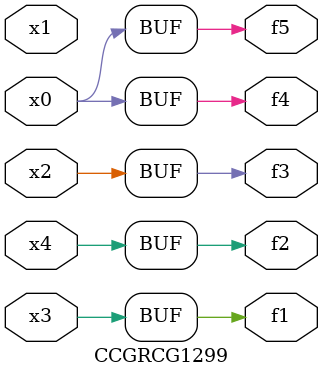
<source format=v>
module CCGRCG1299(
	input x0, x1, x2, x3, x4,
	output f1, f2, f3, f4, f5
);
	assign f1 = x3;
	assign f2 = x4;
	assign f3 = x2;
	assign f4 = x0;
	assign f5 = x0;
endmodule

</source>
